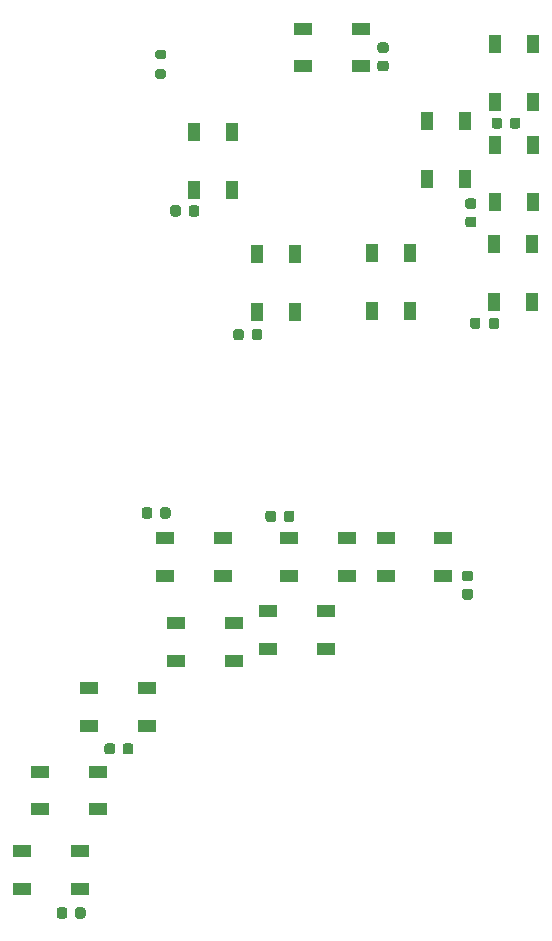
<source format=gbr>
%TF.GenerationSoftware,KiCad,Pcbnew,(5.1.10)-1*%
%TF.CreationDate,2021-11-16T16:25:11+11:00*%
%TF.ProjectId,OBOGS Panel PCB V2,4f424f47-5320-4506-916e-656c20504342,rev?*%
%TF.SameCoordinates,Original*%
%TF.FileFunction,Paste,Top*%
%TF.FilePolarity,Positive*%
%FSLAX46Y46*%
G04 Gerber Fmt 4.6, Leading zero omitted, Abs format (unit mm)*
G04 Created by KiCad (PCBNEW (5.1.10)-1) date 2021-11-16 16:25:11*
%MOMM*%
%LPD*%
G01*
G04 APERTURE LIST*
%ADD10R,1.500000X1.000000*%
%ADD11R,1.000000X1.500000*%
G04 APERTURE END LIST*
%TO.C,C12*%
G36*
G01*
X203397700Y-68523830D02*
X203397700Y-68011330D01*
G75*
G02*
X203616450Y-67792580I218750J0D01*
G01*
X204053950Y-67792580D01*
G75*
G02*
X204272700Y-68011330I0J-218750D01*
G01*
X204272700Y-68523830D01*
G75*
G02*
X204053950Y-68742580I-218750J0D01*
G01*
X203616450Y-68742580D01*
G75*
G02*
X203397700Y-68523830I0J218750D01*
G01*
G37*
G36*
G01*
X201822700Y-68523830D02*
X201822700Y-68011330D01*
G75*
G02*
X202041450Y-67792580I218750J0D01*
G01*
X202478950Y-67792580D01*
G75*
G02*
X202697700Y-68011330I0J-218750D01*
G01*
X202697700Y-68523830D01*
G75*
G02*
X202478950Y-68742580I-218750J0D01*
G01*
X202041450Y-68742580D01*
G75*
G02*
X201822700Y-68523830I0J218750D01*
G01*
G37*
%TD*%
%TO.C,C11*%
G36*
G01*
X183341660Y-69476330D02*
X183341660Y-68963830D01*
G75*
G02*
X183560410Y-68745080I218750J0D01*
G01*
X183997910Y-68745080D01*
G75*
G02*
X184216660Y-68963830I0J-218750D01*
G01*
X184216660Y-69476330D01*
G75*
G02*
X183997910Y-69695080I-218750J0D01*
G01*
X183560410Y-69695080D01*
G75*
G02*
X183341660Y-69476330I0J218750D01*
G01*
G37*
G36*
G01*
X181766660Y-69476330D02*
X181766660Y-68963830D01*
G75*
G02*
X181985410Y-68745080I218750J0D01*
G01*
X182422910Y-68745080D01*
G75*
G02*
X182641660Y-68963830I0J-218750D01*
G01*
X182641660Y-69476330D01*
G75*
G02*
X182422910Y-69695080I-218750J0D01*
G01*
X181985410Y-69695080D01*
G75*
G02*
X181766660Y-69476330I0J218750D01*
G01*
G37*
%TD*%
%TO.C,C4*%
G36*
G01*
X204536160Y-51065620D02*
X204536160Y-51565620D01*
G75*
G02*
X204311160Y-51790620I-225000J0D01*
G01*
X203861160Y-51790620D01*
G75*
G02*
X203636160Y-51565620I0J225000D01*
G01*
X203636160Y-51065620D01*
G75*
G02*
X203861160Y-50840620I225000J0D01*
G01*
X204311160Y-50840620D01*
G75*
G02*
X204536160Y-51065620I0J-225000D01*
G01*
G37*
G36*
G01*
X206086160Y-51065620D02*
X206086160Y-51565620D01*
G75*
G02*
X205861160Y-51790620I-225000J0D01*
G01*
X205411160Y-51790620D01*
G75*
G02*
X205186160Y-51565620I0J225000D01*
G01*
X205186160Y-51065620D01*
G75*
G02*
X205411160Y-50840620I225000J0D01*
G01*
X205861160Y-50840620D01*
G75*
G02*
X206086160Y-51065620I0J-225000D01*
G01*
G37*
%TD*%
%TO.C,C8*%
G36*
G01*
X175564380Y-84572920D02*
X175564380Y-84072920D01*
G75*
G02*
X175789380Y-83847920I225000J0D01*
G01*
X176239380Y-83847920D01*
G75*
G02*
X176464380Y-84072920I0J-225000D01*
G01*
X176464380Y-84572920D01*
G75*
G02*
X176239380Y-84797920I-225000J0D01*
G01*
X175789380Y-84797920D01*
G75*
G02*
X175564380Y-84572920I0J225000D01*
G01*
G37*
G36*
G01*
X174014380Y-84572920D02*
X174014380Y-84072920D01*
G75*
G02*
X174239380Y-83847920I225000J0D01*
G01*
X174689380Y-83847920D01*
G75*
G02*
X174914380Y-84072920I0J-225000D01*
G01*
X174914380Y-84572920D01*
G75*
G02*
X174689380Y-84797920I-225000J0D01*
G01*
X174239380Y-84797920D01*
G75*
G02*
X174014380Y-84572920I0J225000D01*
G01*
G37*
%TD*%
%TO.C,R1*%
G36*
G01*
X175910920Y-45901560D02*
X175360920Y-45901560D01*
G75*
G02*
X175160920Y-45701560I0J200000D01*
G01*
X175160920Y-45301560D01*
G75*
G02*
X175360920Y-45101560I200000J0D01*
G01*
X175910920Y-45101560D01*
G75*
G02*
X176110920Y-45301560I0J-200000D01*
G01*
X176110920Y-45701560D01*
G75*
G02*
X175910920Y-45901560I-200000J0D01*
G01*
G37*
G36*
G01*
X175910920Y-47551560D02*
X175360920Y-47551560D01*
G75*
G02*
X175160920Y-47351560I0J200000D01*
G01*
X175160920Y-46951560D01*
G75*
G02*
X175360920Y-46751560I200000J0D01*
G01*
X175910920Y-46751560D01*
G75*
G02*
X176110920Y-46951560I0J-200000D01*
G01*
X176110920Y-47351560D01*
G75*
G02*
X175910920Y-47551560I-200000J0D01*
G01*
G37*
%TD*%
%TO.C,C10*%
G36*
G01*
X168368560Y-118438740D02*
X168368560Y-117938740D01*
G75*
G02*
X168593560Y-117713740I225000J0D01*
G01*
X169043560Y-117713740D01*
G75*
G02*
X169268560Y-117938740I0J-225000D01*
G01*
X169268560Y-118438740D01*
G75*
G02*
X169043560Y-118663740I-225000J0D01*
G01*
X168593560Y-118663740D01*
G75*
G02*
X168368560Y-118438740I0J225000D01*
G01*
G37*
G36*
G01*
X166818560Y-118438740D02*
X166818560Y-117938740D01*
G75*
G02*
X167043560Y-117713740I225000J0D01*
G01*
X167493560Y-117713740D01*
G75*
G02*
X167718560Y-117938740I0J-225000D01*
G01*
X167718560Y-118438740D01*
G75*
G02*
X167493560Y-118663740I-225000J0D01*
G01*
X167043560Y-118663740D01*
G75*
G02*
X166818560Y-118438740I0J225000D01*
G01*
G37*
%TD*%
%TO.C,C9*%
G36*
G01*
X172414780Y-104542400D02*
X172414780Y-104042400D01*
G75*
G02*
X172639780Y-103817400I225000J0D01*
G01*
X173089780Y-103817400D01*
G75*
G02*
X173314780Y-104042400I0J-225000D01*
G01*
X173314780Y-104542400D01*
G75*
G02*
X173089780Y-104767400I-225000J0D01*
G01*
X172639780Y-104767400D01*
G75*
G02*
X172414780Y-104542400I0J225000D01*
G01*
G37*
G36*
G01*
X170864780Y-104542400D02*
X170864780Y-104042400D01*
G75*
G02*
X171089780Y-103817400I225000J0D01*
G01*
X171539780Y-103817400D01*
G75*
G02*
X171764780Y-104042400I0J-225000D01*
G01*
X171764780Y-104542400D01*
G75*
G02*
X171539780Y-104767400I-225000J0D01*
G01*
X171089780Y-104767400D01*
G75*
G02*
X170864780Y-104542400I0J225000D01*
G01*
G37*
%TD*%
%TO.C,C7*%
G36*
G01*
X186044720Y-84857400D02*
X186044720Y-84357400D01*
G75*
G02*
X186269720Y-84132400I225000J0D01*
G01*
X186719720Y-84132400D01*
G75*
G02*
X186944720Y-84357400I0J-225000D01*
G01*
X186944720Y-84857400D01*
G75*
G02*
X186719720Y-85082400I-225000J0D01*
G01*
X186269720Y-85082400D01*
G75*
G02*
X186044720Y-84857400I0J225000D01*
G01*
G37*
G36*
G01*
X184494720Y-84857400D02*
X184494720Y-84357400D01*
G75*
G02*
X184719720Y-84132400I225000J0D01*
G01*
X185169720Y-84132400D01*
G75*
G02*
X185394720Y-84357400I0J-225000D01*
G01*
X185394720Y-84857400D01*
G75*
G02*
X185169720Y-85082400I-225000J0D01*
G01*
X184719720Y-85082400D01*
G75*
G02*
X184494720Y-84857400I0J225000D01*
G01*
G37*
%TD*%
%TO.C,C6*%
G36*
G01*
X201852340Y-90101840D02*
X201352340Y-90101840D01*
G75*
G02*
X201127340Y-89876840I0J225000D01*
G01*
X201127340Y-89426840D01*
G75*
G02*
X201352340Y-89201840I225000J0D01*
G01*
X201852340Y-89201840D01*
G75*
G02*
X202077340Y-89426840I0J-225000D01*
G01*
X202077340Y-89876840D01*
G75*
G02*
X201852340Y-90101840I-225000J0D01*
G01*
G37*
G36*
G01*
X201852340Y-91651840D02*
X201352340Y-91651840D01*
G75*
G02*
X201127340Y-91426840I0J225000D01*
G01*
X201127340Y-90976840D01*
G75*
G02*
X201352340Y-90751840I225000J0D01*
G01*
X201852340Y-90751840D01*
G75*
G02*
X202077340Y-90976840I0J-225000D01*
G01*
X202077340Y-91426840D01*
G75*
G02*
X201852340Y-91651840I-225000J0D01*
G01*
G37*
%TD*%
%TO.C,C5*%
G36*
G01*
X194197160Y-46019900D02*
X194697160Y-46019900D01*
G75*
G02*
X194922160Y-46244900I0J-225000D01*
G01*
X194922160Y-46694900D01*
G75*
G02*
X194697160Y-46919900I-225000J0D01*
G01*
X194197160Y-46919900D01*
G75*
G02*
X193972160Y-46694900I0J225000D01*
G01*
X193972160Y-46244900D01*
G75*
G02*
X194197160Y-46019900I225000J0D01*
G01*
G37*
G36*
G01*
X194197160Y-44469900D02*
X194697160Y-44469900D01*
G75*
G02*
X194922160Y-44694900I0J-225000D01*
G01*
X194922160Y-45144900D01*
G75*
G02*
X194697160Y-45369900I-225000J0D01*
G01*
X194197160Y-45369900D01*
G75*
G02*
X193972160Y-45144900I0J225000D01*
G01*
X193972160Y-44694900D01*
G75*
G02*
X194197160Y-44469900I225000J0D01*
G01*
G37*
%TD*%
%TO.C,C3*%
G36*
G01*
X202131740Y-58584920D02*
X201631740Y-58584920D01*
G75*
G02*
X201406740Y-58359920I0J225000D01*
G01*
X201406740Y-57909920D01*
G75*
G02*
X201631740Y-57684920I225000J0D01*
G01*
X202131740Y-57684920D01*
G75*
G02*
X202356740Y-57909920I0J-225000D01*
G01*
X202356740Y-58359920D01*
G75*
G02*
X202131740Y-58584920I-225000J0D01*
G01*
G37*
G36*
G01*
X202131740Y-60134920D02*
X201631740Y-60134920D01*
G75*
G02*
X201406740Y-59909920I0J225000D01*
G01*
X201406740Y-59459920D01*
G75*
G02*
X201631740Y-59234920I225000J0D01*
G01*
X202131740Y-59234920D01*
G75*
G02*
X202356740Y-59459920I0J-225000D01*
G01*
X202356740Y-59909920D01*
G75*
G02*
X202131740Y-60134920I-225000J0D01*
G01*
G37*
%TD*%
%TO.C,C2*%
G36*
G01*
X177985300Y-58997660D02*
X177985300Y-58497660D01*
G75*
G02*
X178210300Y-58272660I225000J0D01*
G01*
X178660300Y-58272660D01*
G75*
G02*
X178885300Y-58497660I0J-225000D01*
G01*
X178885300Y-58997660D01*
G75*
G02*
X178660300Y-59222660I-225000J0D01*
G01*
X178210300Y-59222660D01*
G75*
G02*
X177985300Y-58997660I0J225000D01*
G01*
G37*
G36*
G01*
X176435300Y-58997660D02*
X176435300Y-58497660D01*
G75*
G02*
X176660300Y-58272660I225000J0D01*
G01*
X177110300Y-58272660D01*
G75*
G02*
X177335300Y-58497660I0J-225000D01*
G01*
X177335300Y-58997660D01*
G75*
G02*
X177110300Y-59222660I-225000J0D01*
G01*
X176660300Y-59222660D01*
G75*
G02*
X176435300Y-58997660I0J225000D01*
G01*
G37*
%TD*%
D10*
%TO.C,D16*%
X163881000Y-112928000D03*
X163881000Y-116128000D03*
X168781000Y-112928000D03*
X168781000Y-116128000D03*
%TD*%
%TO.C,D15*%
X165382000Y-106223000D03*
X165382000Y-109423000D03*
X170282000Y-106223000D03*
X170282000Y-109423000D03*
%TD*%
%TO.C,D14*%
X169570000Y-99162000D03*
X169570000Y-102362000D03*
X174470000Y-99162000D03*
X174470000Y-102362000D03*
%TD*%
%TO.C,D13*%
X176936000Y-93624400D03*
X176936000Y-96824400D03*
X181836000Y-93624400D03*
X181836000Y-96824400D03*
%TD*%
%TO.C,D12*%
X184709000Y-92659200D03*
X184709000Y-95859200D03*
X189609000Y-92659200D03*
X189609000Y-95859200D03*
%TD*%
%TO.C,D11*%
X194666000Y-86461600D03*
X194666000Y-89661600D03*
X199566000Y-86461600D03*
X199566000Y-89661600D03*
%TD*%
%TO.C,D10*%
X191387000Y-89661600D03*
X191387000Y-86461600D03*
X186487000Y-89661600D03*
X186487000Y-86461600D03*
%TD*%
%TO.C,D9*%
X180922000Y-89661600D03*
X180922000Y-86461600D03*
X176022000Y-89661600D03*
X176022000Y-86461600D03*
%TD*%
D11*
%TO.C,D8*%
X207035000Y-61558000D03*
X203835000Y-61558000D03*
X207035000Y-66458000D03*
X203835000Y-66458000D03*
%TD*%
%TO.C,D7*%
X196698000Y-62280800D03*
X193498000Y-62280800D03*
X196698000Y-67180800D03*
X193498000Y-67180800D03*
%TD*%
%TO.C,D6*%
X186995000Y-62433200D03*
X183795000Y-62433200D03*
X186995000Y-67333200D03*
X183795000Y-67333200D03*
%TD*%
%TO.C,D5*%
X207137000Y-53125200D03*
X203937000Y-53125200D03*
X207137000Y-58025200D03*
X203937000Y-58025200D03*
%TD*%
%TO.C,D4*%
X201346000Y-51144000D03*
X198146000Y-51144000D03*
X201346000Y-56044000D03*
X198146000Y-56044000D03*
%TD*%
%TO.C,D3*%
X181635000Y-52058400D03*
X178435000Y-52058400D03*
X181635000Y-56958400D03*
X178435000Y-56958400D03*
%TD*%
%TO.C,D2*%
X207112000Y-44602400D03*
X203912000Y-44602400D03*
X207112000Y-49502400D03*
X203912000Y-49502400D03*
%TD*%
D10*
%TO.C,D1*%
X187694000Y-43307200D03*
X187694000Y-46507200D03*
X192594000Y-43307200D03*
X192594000Y-46507200D03*
%TD*%
M02*

</source>
